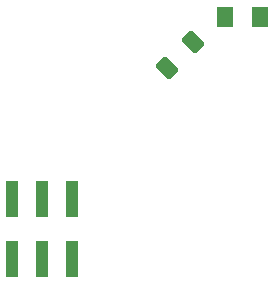
<source format=gbr>
G04 #@! TF.GenerationSoftware,KiCad,Pcbnew,(6.99.0-2452-gdb4f2d9dd8)*
G04 #@! TF.CreationDate,2022-07-21T17:42:46-08:00*
G04 #@! TF.ProjectId,B2,42322e6b-6963-4616-945f-706362585858,rev?*
G04 #@! TF.SameCoordinates,Original*
G04 #@! TF.FileFunction,Paste,Bot*
G04 #@! TF.FilePolarity,Positive*
%FSLAX46Y46*%
G04 Gerber Fmt 4.6, Leading zero omitted, Abs format (unit mm)*
G04 Created by KiCad (PCBNEW (6.99.0-2452-gdb4f2d9dd8)) date 2022-07-21 17:42:46*
%MOMM*%
%LPD*%
G01*
G04 APERTURE LIST*
G04 Aperture macros list*
%AMRoundRect*
0 Rectangle with rounded corners*
0 $1 Rounding radius*
0 $2 $3 $4 $5 $6 $7 $8 $9 X,Y pos of 4 corners*
0 Add a 4 corners polygon primitive as box body*
4,1,4,$2,$3,$4,$5,$6,$7,$8,$9,$2,$3,0*
0 Add four circle primitives for the rounded corners*
1,1,$1+$1,$2,$3*
1,1,$1+$1,$4,$5*
1,1,$1+$1,$6,$7*
1,1,$1+$1,$8,$9*
0 Add four rect primitives between the rounded corners*
20,1,$1+$1,$2,$3,$4,$5,0*
20,1,$1+$1,$4,$5,$6,$7,0*
20,1,$1+$1,$6,$7,$8,$9,0*
20,1,$1+$1,$8,$9,$2,$3,0*%
G04 Aperture macros list end*
%ADD10RoundRect,0.250000X0.159099X-0.724784X0.724784X-0.159099X-0.159099X0.724784X-0.724784X0.159099X0*%
%ADD11R,1.000000X3.150000*%
%ADD12RoundRect,0.250001X0.462499X0.624999X-0.462499X0.624999X-0.462499X-0.624999X0.462499X-0.624999X0*%
G04 APERTURE END LIST*
D10*
X143857968Y-83032032D03*
X146050000Y-80840000D03*
D11*
X130799999Y-94094999D03*
X130799999Y-99144999D03*
X133339999Y-94094999D03*
X133339999Y-99144999D03*
X135879999Y-94094999D03*
X135879999Y-99144999D03*
D12*
X151797500Y-78710000D03*
X148822500Y-78710000D03*
M02*

</source>
